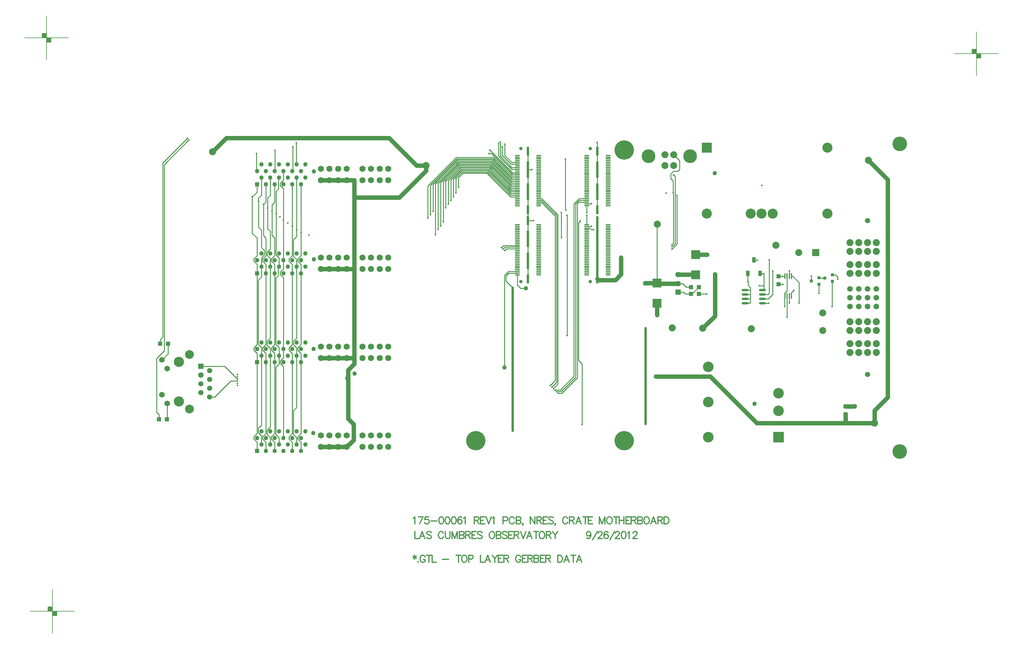
<source format=gtl>
%FSLAX23Y23*%
%MOIN*%
G70*
G01*
G75*
G04 Layer_Physical_Order=1*
G04 Layer_Color=255*
%ADD10R,0.050X0.050*%
%ADD11R,0.057X0.012*%
%ADD12R,0.025X0.185*%
%ADD13R,0.025X0.100*%
%ADD14R,0.050X0.050*%
%ADD15O,0.014X0.067*%
%ADD16R,0.036X0.036*%
%ADD17O,0.079X0.024*%
%ADD18R,0.039X0.059*%
%ADD19R,0.100X0.100*%
%ADD20C,0.010*%
%ADD21C,0.050*%
%ADD22C,0.025*%
%ADD23C,0.006*%
%ADD24C,0.012*%
%ADD25C,0.008*%
%ADD26C,0.012*%
%ADD27C,0.012*%
%ADD28C,0.070*%
%ADD29C,0.050*%
%ADD30C,0.166*%
%ADD31C,0.157*%
%ADD32C,0.079*%
%ADD33C,0.220*%
%ADD34C,0.039*%
%ADD35C,0.059*%
%ADD36R,0.059X0.059*%
%ADD37C,0.063*%
%ADD38C,0.116*%
%ADD39C,0.065*%
%ADD40C,0.100*%
%ADD41C,0.080*%
%ADD42C,0.059*%
%ADD43C,0.115*%
%ADD44R,0.115X0.115*%
%ADD45R,0.079X0.079*%
%ADD46R,0.120X0.120*%
%ADD47C,0.120*%
%ADD48R,0.063X0.063*%
%ADD49C,0.020*%
D10*
X18314Y10787D02*
D03*
Y10877D02*
D03*
X17551Y12355D02*
D03*
Y12265D02*
D03*
D11*
X15611Y13731D02*
D03*
Y13711D02*
D03*
Y13692D02*
D03*
Y13672D02*
D03*
Y13652D02*
D03*
Y13633D02*
D03*
Y13613D02*
D03*
Y13593D02*
D03*
Y13574D02*
D03*
Y13554D02*
D03*
Y13534D02*
D03*
Y13515D02*
D03*
Y13495D02*
D03*
Y13475D02*
D03*
Y13456D02*
D03*
Y13436D02*
D03*
Y13416D02*
D03*
Y13396D02*
D03*
Y13377D02*
D03*
Y13357D02*
D03*
Y13337D02*
D03*
Y13318D02*
D03*
Y13298D02*
D03*
Y13278D02*
D03*
Y13259D02*
D03*
Y13239D02*
D03*
Y13219D02*
D03*
Y13200D02*
D03*
Y13180D02*
D03*
Y13160D02*
D03*
Y12944D02*
D03*
Y12924D02*
D03*
Y12904D02*
D03*
Y12885D02*
D03*
Y12865D02*
D03*
Y12845D02*
D03*
Y12826D02*
D03*
Y12806D02*
D03*
Y12786D02*
D03*
Y12767D02*
D03*
Y12747D02*
D03*
Y12727D02*
D03*
Y12707D02*
D03*
Y12688D02*
D03*
Y12668D02*
D03*
Y12648D02*
D03*
Y12629D02*
D03*
Y12609D02*
D03*
Y12589D02*
D03*
Y12570D02*
D03*
Y12550D02*
D03*
Y12530D02*
D03*
Y12511D02*
D03*
Y12491D02*
D03*
Y12471D02*
D03*
Y12452D02*
D03*
Y12432D02*
D03*
Y12412D02*
D03*
Y12393D02*
D03*
Y12373D02*
D03*
X15368Y13731D02*
D03*
Y13711D02*
D03*
Y13692D02*
D03*
Y13672D02*
D03*
Y13652D02*
D03*
Y13633D02*
D03*
Y13613D02*
D03*
Y13593D02*
D03*
Y13574D02*
D03*
Y13554D02*
D03*
Y13534D02*
D03*
Y13515D02*
D03*
Y13495D02*
D03*
Y13475D02*
D03*
Y13456D02*
D03*
Y13436D02*
D03*
Y13416D02*
D03*
Y13396D02*
D03*
Y13377D02*
D03*
Y13357D02*
D03*
Y13337D02*
D03*
Y13318D02*
D03*
Y13298D02*
D03*
Y13278D02*
D03*
Y13259D02*
D03*
Y13239D02*
D03*
Y13219D02*
D03*
Y13200D02*
D03*
Y13180D02*
D03*
Y13160D02*
D03*
Y12944D02*
D03*
Y12924D02*
D03*
Y12904D02*
D03*
Y12885D02*
D03*
Y12865D02*
D03*
Y12845D02*
D03*
Y12826D02*
D03*
Y12806D02*
D03*
Y12786D02*
D03*
Y12767D02*
D03*
Y12747D02*
D03*
Y12727D02*
D03*
Y12707D02*
D03*
Y12688D02*
D03*
Y12668D02*
D03*
Y12648D02*
D03*
Y12629D02*
D03*
Y12609D02*
D03*
Y12589D02*
D03*
Y12570D02*
D03*
Y12550D02*
D03*
Y12530D02*
D03*
Y12511D02*
D03*
Y12491D02*
D03*
Y12471D02*
D03*
Y12452D02*
D03*
Y12432D02*
D03*
Y12412D02*
D03*
Y12393D02*
D03*
Y12373D02*
D03*
X14821Y13731D02*
D03*
Y13711D02*
D03*
Y13692D02*
D03*
Y13672D02*
D03*
Y13652D02*
D03*
Y13633D02*
D03*
Y13613D02*
D03*
Y13593D02*
D03*
Y13574D02*
D03*
Y13554D02*
D03*
Y13534D02*
D03*
Y13515D02*
D03*
Y13495D02*
D03*
Y13475D02*
D03*
Y13456D02*
D03*
Y13436D02*
D03*
Y13416D02*
D03*
Y13396D02*
D03*
Y13377D02*
D03*
Y13357D02*
D03*
Y13337D02*
D03*
Y13318D02*
D03*
Y13298D02*
D03*
Y13278D02*
D03*
Y13259D02*
D03*
Y13239D02*
D03*
Y13219D02*
D03*
Y13200D02*
D03*
Y13180D02*
D03*
Y13160D02*
D03*
Y12944D02*
D03*
Y12924D02*
D03*
Y12904D02*
D03*
Y12885D02*
D03*
Y12865D02*
D03*
Y12845D02*
D03*
Y12826D02*
D03*
Y12806D02*
D03*
Y12786D02*
D03*
Y12767D02*
D03*
Y12747D02*
D03*
Y12727D02*
D03*
Y12707D02*
D03*
Y12688D02*
D03*
Y12668D02*
D03*
Y12648D02*
D03*
Y12629D02*
D03*
Y12609D02*
D03*
Y12589D02*
D03*
Y12570D02*
D03*
Y12550D02*
D03*
Y12530D02*
D03*
Y12511D02*
D03*
Y12491D02*
D03*
Y12471D02*
D03*
Y12452D02*
D03*
Y12432D02*
D03*
Y12412D02*
D03*
Y12393D02*
D03*
Y12373D02*
D03*
X14578Y13731D02*
D03*
Y13711D02*
D03*
Y13692D02*
D03*
Y13672D02*
D03*
Y13652D02*
D03*
Y13633D02*
D03*
Y13613D02*
D03*
Y13593D02*
D03*
Y13574D02*
D03*
Y13554D02*
D03*
Y13534D02*
D03*
Y13515D02*
D03*
Y13495D02*
D03*
Y13475D02*
D03*
Y13456D02*
D03*
Y13436D02*
D03*
Y13416D02*
D03*
Y13396D02*
D03*
Y13377D02*
D03*
Y13357D02*
D03*
Y13337D02*
D03*
Y13318D02*
D03*
Y13298D02*
D03*
Y13278D02*
D03*
Y13259D02*
D03*
Y13239D02*
D03*
Y13219D02*
D03*
Y13200D02*
D03*
Y13180D02*
D03*
Y13160D02*
D03*
Y12944D02*
D03*
Y12924D02*
D03*
Y12904D02*
D03*
Y12885D02*
D03*
Y12865D02*
D03*
Y12845D02*
D03*
Y12826D02*
D03*
Y12806D02*
D03*
Y12786D02*
D03*
Y12767D02*
D03*
Y12747D02*
D03*
Y12727D02*
D03*
Y12707D02*
D03*
Y12688D02*
D03*
Y12668D02*
D03*
Y12648D02*
D03*
Y12629D02*
D03*
Y12609D02*
D03*
Y12589D02*
D03*
Y12570D02*
D03*
Y12550D02*
D03*
Y12530D02*
D03*
Y12511D02*
D03*
Y12491D02*
D03*
Y12471D02*
D03*
Y12452D02*
D03*
Y12432D02*
D03*
Y12412D02*
D03*
Y12393D02*
D03*
Y12373D02*
D03*
D12*
X15490Y13321D02*
D03*
Y13571D02*
D03*
Y12783D02*
D03*
Y12533D02*
D03*
X14700Y13321D02*
D03*
Y13571D02*
D03*
Y12783D02*
D03*
Y12533D02*
D03*
D13*
X15490Y13778D02*
D03*
Y12326D02*
D03*
Y12991D02*
D03*
Y13113D02*
D03*
X14700Y13778D02*
D03*
Y12326D02*
D03*
Y12991D02*
D03*
Y13113D02*
D03*
D14*
X10513Y11589D02*
D03*
X10603D02*
D03*
X10498Y10729D02*
D03*
X10588D02*
D03*
X16644Y12234D02*
D03*
X16554D02*
D03*
X16644Y12155D02*
D03*
X16554D02*
D03*
X11614Y10368D02*
D03*
Y11379D02*
D03*
Y12391D02*
D03*
Y13403D02*
D03*
D15*
X17624Y12133D02*
D03*
X17649D02*
D03*
X17675D02*
D03*
X17700D02*
D03*
X17624Y12358D02*
D03*
X17649D02*
D03*
X17675D02*
D03*
X17700D02*
D03*
D16*
X18165Y12298D02*
D03*
X18079Y12335D02*
D03*
X18165Y12372D02*
D03*
X18012Y12265D02*
D03*
X17926Y12302D02*
D03*
X18012Y12339D02*
D03*
D17*
X17173Y12200D02*
D03*
Y12150D02*
D03*
Y12100D02*
D03*
Y12050D02*
D03*
X17370Y12200D02*
D03*
Y12150D02*
D03*
Y12100D02*
D03*
Y12050D02*
D03*
D18*
X17341Y12389D02*
D03*
X17272Y12543D02*
D03*
X17203Y12389D02*
D03*
D19*
X16169Y12280D02*
D03*
Y12050D02*
D03*
X16609Y12374D02*
D03*
Y12604D02*
D03*
D20*
X11664Y12347D02*
Y12466D01*
X11630Y12314D02*
X11664Y12347D01*
X11630Y11622D02*
Y12314D01*
X15425Y12885D02*
X15445D01*
X16169Y12950D02*
X16171Y12951D01*
X16169Y12280D02*
Y12950D01*
X15487Y13881D02*
X15490Y13878D01*
Y13778D02*
Y13878D01*
Y13571D02*
Y13778D01*
Y13321D02*
Y13571D01*
Y13113D02*
Y13321D01*
X14700Y13571D02*
X14745D01*
X14700Y12991D02*
X14761D01*
X14700Y12533D02*
Y12783D01*
Y12326D02*
Y12533D01*
Y12991D02*
Y13113D01*
Y12783D02*
Y12991D01*
Y13113D02*
Y13321D01*
Y13571D01*
Y13778D01*
X14674Y12218D02*
X14675Y12219D01*
X14617Y12218D02*
X14674D01*
X14578Y12257D02*
X14617Y12218D01*
X14578Y12257D02*
Y12373D01*
X15406Y12904D02*
X15425Y12885D01*
X15368Y12904D02*
X15406D01*
X10601Y11474D02*
Y11589D01*
X10533Y11406D02*
X10601Y11474D01*
X10591Y10906D02*
X10593Y10908D01*
X10591Y10729D02*
Y10906D01*
X10472Y10810D02*
X10498Y10783D01*
X10472Y10810D02*
Y11423D01*
X10558Y11509D01*
X10511Y11589D02*
Y11634D01*
X10543Y11665D01*
Y13646D01*
X10823Y13925D01*
X10558Y11509D02*
Y13625D01*
X10840Y13908D01*
X14382Y13884D02*
X14384Y13882D01*
X14364Y13866D02*
X14365Y13866D01*
X11076Y10982D02*
X11132D01*
X11314Y11165D01*
X11392D01*
X10976Y11332D02*
X11247D01*
X11389Y11189D01*
X11392D01*
X15029Y11046D02*
X15079D01*
X15026Y11044D02*
X15029Y11046D01*
X15044Y11026D02*
X15087D01*
X15011Y11064D02*
X15069D01*
X15009Y11061D02*
X15011Y11064D01*
X14991Y11079D02*
X15039Y11128D01*
X14973Y11097D02*
X15024Y11148D01*
X14955Y11115D02*
X15009Y11168D01*
X15069Y11064D02*
X15223Y11218D01*
X15087Y11026D02*
X15262Y11202D01*
Y13178D01*
X15079Y11046D02*
X15243Y11210D01*
X15223Y11218D02*
Y13181D01*
X15281Y13239D01*
X15243Y11210D02*
Y13179D01*
X15283Y13219D01*
X15262Y13178D02*
X15284Y13200D01*
X15281Y13239D02*
X15368D01*
X15284Y13200D02*
X15368D01*
X15283Y13219D02*
X15368D01*
X15009Y11168D02*
Y13042D01*
X14852Y13200D02*
X15009Y13042D01*
X14821Y13200D02*
X14852D01*
X15024Y11148D02*
Y13048D01*
X14853Y13219D02*
X15024Y13048D01*
X14821Y13219D02*
X14853D01*
X15039Y11128D02*
Y13055D01*
X14855Y13239D02*
X15039Y13055D01*
X14821Y13239D02*
X14855D01*
X16358Y13741D02*
X16425Y13673D01*
Y13569D02*
Y13673D01*
X16409Y13554D02*
X16425Y13569D01*
X16356Y13554D02*
X16409D01*
X16324Y13521D02*
X16356Y13554D01*
X16324Y13465D02*
Y13521D01*
Y13465D02*
X16351Y13438D01*
Y13306D02*
Y13438D01*
Y13306D02*
X16356Y13300D01*
X16354Y13509D02*
X16359D01*
X16376Y13492D01*
Y13188D02*
Y13492D01*
Y13188D02*
X16376Y13188D01*
X14438Y12688D02*
X14578D01*
X16396Y12722D02*
Y13276D01*
X16356Y12736D02*
Y13300D01*
X16376Y12727D02*
Y13188D01*
X16342Y12667D02*
X16396Y12722D01*
X16338Y12667D02*
X16342D01*
Y12693D02*
X16376Y12727D01*
X16338Y12693D02*
X16342D01*
X16338Y12717D02*
X16356Y12736D01*
X14399Y12684D02*
X14423Y12707D01*
X14578D01*
X14417Y12666D02*
X14438Y12688D01*
X14434Y12649D02*
X14454Y12668D01*
X14578D01*
X10498Y10729D02*
Y10783D01*
X11879Y11365D02*
Y11394D01*
X11914Y11429D02*
Y11529D01*
Y10517D02*
Y11330D01*
X11879Y11365D02*
X11914Y11330D01*
X11879Y11394D02*
X11914Y11429D01*
X12079Y10503D02*
Y10532D01*
X12114Y10567D02*
Y11379D01*
Y10368D02*
Y10468D01*
X12079Y10503D02*
X12114Y10468D01*
X12079Y10532D02*
X12114Y10567D01*
X11979Y10503D02*
Y10532D01*
X12014Y10567D02*
Y11379D01*
Y10368D02*
Y10468D01*
X11979Y10503D02*
X12014Y10468D01*
X11979Y10532D02*
X12014Y10567D01*
X11779Y10503D02*
Y10532D01*
X11814Y10368D02*
Y10468D01*
X11779Y10503D02*
X11814Y10468D01*
X11779Y10532D02*
X11814Y10567D01*
X11579Y10503D02*
Y10532D01*
X11614Y10567D02*
Y11379D01*
Y10368D02*
Y10468D01*
X11579Y10503D02*
X11614Y10468D01*
X11579Y10532D02*
X11614Y10567D01*
X11679Y10503D02*
Y10532D01*
X11714Y10567D02*
Y11379D01*
Y10368D02*
Y10468D01*
X11679Y10503D02*
X11714Y10468D01*
X11679Y10532D02*
X11714Y10567D01*
X11814D02*
Y11379D01*
X11879Y12377D02*
Y12406D01*
X11914Y11529D02*
Y12342D01*
X11879Y12377D02*
X11914Y12342D01*
X11879Y12406D02*
X11914Y12441D01*
X12079Y11515D02*
Y11544D01*
X12114Y11579D02*
Y12391D01*
Y11379D02*
Y11480D01*
X12079Y11515D02*
X12114Y11480D01*
X12079Y11544D02*
X12114Y11579D01*
X11979Y11515D02*
Y11544D01*
X12014Y11579D02*
Y12391D01*
Y11379D02*
Y11480D01*
X11979Y11515D02*
X12014Y11480D01*
X11979Y11544D02*
X12014Y11579D01*
X11579Y11515D02*
Y11544D01*
X11614Y11579D02*
Y12391D01*
Y11379D02*
Y11480D01*
X11579Y11515D02*
X11614Y11480D01*
X11579Y11544D02*
X11614Y11579D01*
X11679Y11515D02*
Y11544D01*
X11714Y11579D02*
Y12391D01*
Y11379D02*
Y11480D01*
X11679Y11515D02*
X11714Y11480D01*
X11679Y11544D02*
X11714Y11579D01*
X11779Y11515D02*
Y11544D01*
X11814Y11579D02*
Y12391D01*
Y11379D02*
Y11480D01*
X11779Y11515D02*
X11814Y11480D01*
X11779Y11544D02*
X11814Y11579D01*
X11914Y12441D02*
Y12541D01*
X11779Y12527D02*
Y12556D01*
X11814Y12391D02*
Y12492D01*
X11779Y12527D02*
X11814Y12492D01*
X11779Y12556D02*
X11814Y12591D01*
X11679Y12527D02*
Y12556D01*
X11714Y12391D02*
Y12492D01*
X11679Y12527D02*
X11714Y12492D01*
X11679Y12556D02*
X11714Y12591D01*
X11579Y12527D02*
Y12556D01*
X11614Y12391D02*
Y12492D01*
X11579Y12527D02*
X11614Y12492D01*
X11579Y12556D02*
X11614Y12591D01*
X11879Y13388D02*
Y13417D01*
Y13388D02*
X11914Y13353D01*
X11879Y13417D02*
X11914Y13452D01*
X11979Y12527D02*
Y12556D01*
X12014Y12391D02*
Y12492D01*
X11979Y12527D02*
X12014Y12492D01*
X11979Y12556D02*
X12014Y12591D01*
X12079Y12527D02*
Y12556D01*
X12114Y12391D02*
Y12492D01*
X12079Y12527D02*
X12114Y12492D01*
X12079Y12556D02*
X12114Y12591D01*
X11914Y13452D02*
Y13553D01*
X11688Y12819D02*
Y13175D01*
X11664Y10443D02*
Y10543D01*
X11629Y10578D02*
X11664Y10543D01*
X11629Y10578D02*
Y10627D01*
X11664Y10663D01*
Y11454D01*
X11629Y11621D02*
X11630Y11622D01*
X11664Y11454D02*
Y11547D01*
X11629Y11582D02*
X11664Y11547D01*
X11629Y11582D02*
Y11621D01*
X11664Y12466D02*
Y12567D01*
X11699Y12602D01*
Y12651D01*
X11664Y12686D02*
X11699Y12651D01*
X11729Y12631D02*
X11764Y12666D01*
X11729Y12597D02*
Y12631D01*
Y12597D02*
X11764Y12562D01*
Y12466D02*
Y12562D01*
Y11654D02*
Y12466D01*
X11729Y11619D02*
X11764Y11654D01*
X11729Y11572D02*
Y11619D01*
Y11572D02*
X11764Y11537D01*
Y11454D02*
Y11537D01*
Y10642D02*
Y11454D01*
X11729Y10607D02*
X11764Y10642D01*
X11729Y10557D02*
Y10607D01*
Y10557D02*
X11764Y10523D01*
Y10443D02*
Y10523D01*
X11864Y10443D02*
Y10520D01*
X11829Y10555D02*
X11864Y10520D01*
X11829Y10555D02*
Y11323D01*
X11864Y11358D01*
Y11454D01*
X11829Y11621D02*
X11830Y11622D01*
X11864Y11454D02*
Y11547D01*
X11829Y11582D02*
X11864Y11547D01*
X11829Y11582D02*
Y11621D01*
X11830Y11622D02*
Y12339D01*
X11854Y12363D01*
Y12457D01*
X11864Y12466D01*
Y12567D01*
X11829Y12602D02*
X11864Y12567D01*
X11829Y12602D02*
Y12650D01*
X11833Y12655D01*
Y13325D02*
X11858Y13351D01*
Y13473D01*
X11864Y13478D01*
X12064Y12466D02*
Y12549D01*
Y11654D02*
Y12466D01*
X12029Y11619D02*
X12064Y11654D01*
X12029Y11578D02*
Y11619D01*
Y11578D02*
X12064Y11543D01*
Y11454D02*
Y11543D01*
Y10863D02*
Y11454D01*
X12029Y10828D02*
X12064Y10863D01*
X12029Y10557D02*
Y10828D01*
Y10557D02*
X12064Y10523D01*
Y10443D02*
Y10523D01*
X12029Y12584D02*
X12064Y12549D01*
X12029Y12773D02*
X12064Y12809D01*
X12029Y12584D02*
Y12773D01*
X12064Y13116D02*
X12064Y13115D01*
X12064Y13116D02*
Y13478D01*
X11560Y12847D02*
X11614Y12794D01*
Y12591D02*
Y12794D01*
X11560Y12847D02*
Y13260D01*
X11614Y13314D01*
Y13403D01*
X11633Y12914D02*
X11664Y12884D01*
Y12686D02*
Y12884D01*
X11633Y13250D02*
X11664Y13280D01*
Y13478D01*
X11688Y12819D02*
X11714Y12794D01*
Y12591D02*
Y12794D01*
X11688Y13175D02*
X11714Y13200D01*
Y13403D01*
X11737Y12895D02*
X11764Y12869D01*
Y12666D02*
Y12869D01*
X11737Y13249D02*
X11764Y13275D01*
Y13478D01*
X11784Y12823D02*
X11814Y12794D01*
Y12591D02*
Y12794D01*
X11784Y13171D02*
X11814Y13200D01*
Y13403D01*
X11633Y12914D02*
Y13208D01*
Y13250D01*
X11737Y12895D02*
Y13134D01*
Y13249D01*
X11784Y12823D02*
Y13099D01*
Y13171D01*
X11833Y12655D02*
Y13068D01*
Y13325D01*
X11914Y12541D02*
Y12997D01*
Y13353D01*
X12014Y12591D02*
Y12925D01*
Y13403D01*
X12064Y12809D02*
Y12885D01*
Y13115D01*
X12114Y12591D02*
Y12854D01*
Y13403D01*
X14521Y13495D02*
X14578D01*
X14307Y13708D02*
X14521Y13495D01*
X14520Y13475D02*
X14578D01*
X14301Y13693D02*
X14520Y13475D01*
X14518Y13456D02*
X14578D01*
X14295Y13679D02*
X14518Y13456D01*
X14516Y13436D02*
X14578D01*
X14289Y13663D02*
X14516Y13436D01*
X14515Y13416D02*
X14578D01*
X14283Y13649D02*
X14515Y13416D01*
X14513Y13396D02*
X14578D01*
X14276Y13634D02*
X14513Y13396D01*
X14512Y13377D02*
X14578D01*
X14270Y13618D02*
X14512Y13377D01*
X14510Y13357D02*
X14578D01*
X14264Y13604D02*
X14510Y13357D01*
X14509Y13337D02*
X14578D01*
X14258Y13589D02*
X14509Y13337D01*
X14507Y13318D02*
X14578D01*
X14252Y13573D02*
X14507Y13318D01*
X14506Y13298D02*
X14578D01*
X14245Y13559D02*
X14506Y13298D01*
X14504Y13278D02*
X14578D01*
X14503Y13259D02*
X14578D01*
X14233Y13528D02*
X14503Y13259D01*
X13960Y13528D02*
X14233D01*
X14239Y13543D02*
X14504Y13278D01*
X13954Y13543D02*
X14239D01*
X13948Y13559D02*
X14245D01*
X13923Y13618D02*
X14270D01*
X13917Y13634D02*
X14276D01*
X13911Y13649D02*
X14283D01*
X13905Y13663D02*
X14289D01*
X13892Y13693D02*
X14301D01*
X13886Y13708D02*
X14307D01*
X13908Y13476D02*
X13960Y13528D01*
X13879Y13469D02*
X13954Y13543D01*
X13850Y13461D02*
X13948Y13559D01*
X13942Y13573D02*
X14252D01*
X13821Y13453D02*
X13942Y13573D01*
X13936Y13589D02*
X14258D01*
X13792Y13445D02*
X13936Y13589D01*
X13929Y13604D02*
X14264D01*
X13763Y13438D02*
X13929Y13604D01*
X13734Y13430D02*
X13923Y13618D01*
X13705Y13422D02*
X13917Y13634D01*
X13676Y13414D02*
X13911Y13649D01*
X13647Y13406D02*
X13905Y13663D01*
X13898Y13679D02*
X14295D01*
X13618Y13399D02*
X13898Y13679D01*
X13589Y13391D02*
X13892Y13693D01*
X13560Y13383D02*
X13886Y13708D01*
X13879Y13307D02*
Y13469D01*
X13850Y13263D02*
Y13461D01*
X13821Y13218D02*
Y13453D01*
X13792Y13177D02*
Y13445D01*
X13763Y13137D02*
Y13438D01*
X13618Y13097D02*
Y13399D01*
X13589Y13061D02*
Y13391D01*
X13560Y13019D02*
Y13383D01*
X13734Y12975D02*
Y13430D01*
X13705Y12930D02*
Y13422D01*
X13676Y12889D02*
Y13414D01*
X13647Y12829D02*
Y13406D01*
X13908Y13368D02*
Y13476D01*
X14523Y13515D02*
X14578D01*
X14286Y13752D02*
X14523Y13515D01*
X14524Y13534D02*
X14578D01*
X14266Y13792D02*
X14524Y13534D01*
X14384Y13726D02*
Y13882D01*
X14365Y13724D02*
X14515Y13574D01*
X14365Y13724D02*
Y13866D01*
X14515Y13574D02*
X14578D01*
X14384Y13726D02*
X14517Y13593D01*
X14578D01*
X14507Y13633D02*
X14578D01*
X14406Y13733D02*
X14507Y13633D01*
X14406Y13733D02*
Y13830D01*
X14516Y13652D02*
X14578D01*
X14436Y13731D02*
X14516Y13652D01*
X14436Y13731D02*
Y13856D01*
X14257Y13752D02*
X14286D01*
X11610Y13556D02*
Y13752D01*
Y13556D02*
X11614Y13553D01*
X11819Y13559D02*
Y13790D01*
X11814Y13553D02*
X11819Y13559D01*
X12022Y13562D02*
Y13830D01*
X12014Y13553D02*
X12022Y13562D01*
X14436Y13856D02*
X14437Y13858D01*
X12061Y13630D02*
Y13875D01*
Y13630D02*
X12064Y13628D01*
X15368Y13081D02*
Y13160D01*
Y13081D02*
X15369Y13080D01*
X15421Y13180D02*
X15422Y13182D01*
X15368Y13180D02*
X15421D01*
X15368Y12944D02*
Y13049D01*
X15368Y13050D01*
X15423Y12924D02*
X15423Y12925D01*
X15368Y12924D02*
X15423D01*
X15124Y13118D02*
Y13689D01*
Y13118D02*
X15131Y13111D01*
X15078Y12802D02*
X15082Y12797D01*
X15078Y12802D02*
Y13080D01*
X15144Y11684D02*
Y13049D01*
X15142Y13050D02*
X15144Y13049D01*
X15317Y10670D02*
Y11361D01*
X15277Y11401D02*
X15317Y11361D01*
X15277Y11401D02*
Y12967D01*
X15297Y12986D01*
X18163Y12014D02*
Y12297D01*
X18165Y12298D01*
X18016Y12335D02*
X18079D01*
X18012Y12339D02*
X18016Y12335D01*
X18013Y12163D02*
Y12264D01*
X18012Y12265D02*
X18013Y12264D01*
X17926Y12302D02*
Y12357D01*
X17927Y12358D01*
X17622Y12166D02*
X17649Y12194D01*
Y12358D01*
X17622Y12014D02*
Y12166D01*
X17700Y12133D02*
Y12170D01*
X17727Y12196D01*
X17675Y12052D02*
Y12133D01*
X17437Y12050D02*
X17438Y12051D01*
X17370Y12050D02*
X17437D01*
X17649Y11896D02*
Y12133D01*
X17648Y11894D02*
X17649Y11896D01*
X17370Y12100D02*
X17436D01*
X17486Y12150D01*
Y12415D01*
X17676Y12359D02*
Y12419D01*
X17675Y12358D02*
X17676Y12359D01*
X17343Y12387D02*
X17387D01*
X17551Y12355D02*
X17593D01*
X17621D01*
X17370Y12200D02*
X17387Y12217D01*
X17551Y12265D02*
X17602D01*
X17603Y12264D01*
X17203Y12293D02*
Y12389D01*
Y12293D02*
X17204Y12292D01*
Y12255D02*
Y12292D01*
Y12255D02*
X17232Y12227D01*
Y12062D02*
Y12227D01*
X17220Y12050D02*
X17232Y12062D01*
X17173Y12050D02*
X17220D01*
X17173Y12100D02*
X17227D01*
X17173Y12150D02*
X17229D01*
X17173Y12200D02*
X17231D01*
X17370Y12150D02*
X17432D01*
X17445Y12163D01*
Y12541D01*
X17444Y12542D02*
X17445Y12541D01*
X17273D02*
X17309D01*
X18224Y12323D02*
Y12349D01*
X18201Y12372D02*
X18224Y12349D01*
X18165Y12372D02*
X18201D01*
X17700Y12358D02*
X17712D01*
X17785Y12284D01*
Y12054D02*
Y12284D01*
X17331Y12249D02*
X17386D01*
X17387Y12250D01*
Y12217D02*
Y12250D01*
Y12387D01*
X16409Y12175D02*
X16470D01*
X16490Y12155D01*
X16554D01*
X16409Y12274D02*
X16462D01*
X16502Y12234D01*
X16554D01*
Y12155D02*
X16564D01*
X16644Y12234D01*
Y12155D02*
X16733D01*
X16734Y12155D01*
X14480Y12412D02*
X14578D01*
X14433Y12365D02*
X14480Y12412D01*
X14433Y11322D02*
Y12365D01*
X14431Y11320D02*
X14433Y11322D01*
X14481Y12393D02*
X14578D01*
X14448Y12359D02*
X14481Y12393D01*
X14448Y12304D02*
Y12359D01*
Y12304D02*
X14527Y12225D01*
D21*
X18315Y10687D02*
X18647D01*
X17304D02*
X18315D01*
X18314Y10688D02*
X18315Y10687D01*
X18314Y10688D02*
Y10787D01*
X18417Y10877D02*
X18418Y10878D01*
X18314Y10877D02*
X18417D01*
X11110Y13774D02*
X11266Y13930D01*
X13119D01*
X13432Y13617D01*
X13540D01*
X12722Y13252D02*
Y13450D01*
Y12435D02*
Y13252D01*
X13237D01*
X13540Y13555D01*
Y13617D01*
X18574Y13677D02*
X18796Y13455D01*
Y10979D02*
Y13455D01*
X18647Y10830D02*
X18796Y10979D01*
X18647Y10687D02*
Y10830D01*
X16975Y11016D02*
X17304Y10687D01*
X15760Y12378D02*
Y12568D01*
X15696Y12314D02*
X15760Y12378D01*
X15501Y12314D02*
X15696D01*
X15490Y12326D02*
X15501Y12314D01*
X16409Y12375D02*
X16609D01*
X16609Y12374D01*
X16174Y12274D02*
X16409D01*
X16169Y12280D02*
X16174Y12274D01*
X16169Y11917D02*
X16170Y11917D01*
X16169Y11917D02*
Y12050D01*
X16035Y12280D02*
X16169D01*
X16033Y12277D02*
X16035Y12280D01*
X16609Y12604D02*
X16737D01*
X16738Y12604D01*
X16690Y11767D02*
X16828Y11904D01*
Y12380D01*
X12651Y11289D02*
X12722Y11361D01*
X12651Y10736D02*
X12715Y10672D01*
Y10492D02*
Y10672D01*
X12637Y10415D02*
X12715Y10492D01*
X12342Y13450D02*
X12440D01*
X12539D01*
X12637D01*
X12722D01*
X12342Y10415D02*
X12440D01*
X12539D01*
X12637D01*
X12719Y11426D02*
X12722Y11429D01*
X12342Y11426D02*
X12440D01*
X12539D01*
X12637D01*
X12719D01*
X12722Y11361D02*
Y11429D01*
X12720Y12438D02*
X12722Y12435D01*
X12342Y12438D02*
X12440D01*
X12539D01*
X12637D01*
X12720D01*
X12722Y11429D02*
Y12435D01*
X16776Y11215D02*
X16975Y11016D01*
X16155Y11215D02*
X16776D01*
X12651Y10736D02*
Y11289D01*
D22*
X15490Y12783D02*
Y12991D01*
Y12533D02*
Y12783D01*
Y12326D02*
Y12533D01*
X14527Y10600D02*
Y12225D01*
X16038Y10677D02*
Y11767D01*
D23*
X15367Y13220D02*
X15368Y13219D01*
D24*
X13410Y9183D02*
Y9137D01*
X13391Y9172D02*
X13429Y9149D01*
Y9172D02*
X13391Y9149D01*
X13449Y9111D02*
X13445Y9107D01*
X13449Y9103D01*
X13453Y9107D01*
X13449Y9111D01*
X13528Y9164D02*
X13524Y9172D01*
X13516Y9179D01*
X13509Y9183D01*
X13493D01*
X13486Y9179D01*
X13478Y9172D01*
X13474Y9164D01*
X13471Y9153D01*
Y9133D01*
X13474Y9122D01*
X13478Y9114D01*
X13486Y9107D01*
X13493Y9103D01*
X13509D01*
X13516Y9107D01*
X13524Y9114D01*
X13528Y9122D01*
Y9133D01*
X13509D02*
X13528D01*
X13573Y9183D02*
Y9103D01*
X13546Y9183D02*
X13599D01*
X13609D02*
Y9103D01*
X13655D01*
X13726Y9137D02*
X13795D01*
X13908Y9183D02*
Y9103D01*
X13881Y9183D02*
X13935D01*
X13967D02*
X13959Y9179D01*
X13952Y9172D01*
X13948Y9164D01*
X13944Y9153D01*
Y9133D01*
X13948Y9122D01*
X13952Y9114D01*
X13959Y9107D01*
X13967Y9103D01*
X13982D01*
X13990Y9107D01*
X13997Y9114D01*
X14001Y9122D01*
X14005Y9133D01*
Y9153D01*
X14001Y9164D01*
X13997Y9172D01*
X13990Y9179D01*
X13982Y9183D01*
X13967D01*
X14024Y9141D02*
X14058D01*
X14069Y9145D01*
X14073Y9149D01*
X14077Y9156D01*
Y9168D01*
X14073Y9175D01*
X14069Y9179D01*
X14058Y9183D01*
X14024D01*
Y9103D01*
X14158Y9183D02*
Y9103D01*
X14203D01*
X14273D02*
X14243Y9183D01*
X14212Y9103D01*
X14224Y9130D02*
X14262D01*
X14292Y9183D02*
X14322Y9145D01*
Y9103D01*
X14353Y9183D02*
X14322Y9145D01*
X14412Y9183D02*
X14363D01*
Y9103D01*
X14412D01*
X14363Y9145D02*
X14393D01*
X14426Y9183D02*
Y9103D01*
Y9183D02*
X14460D01*
X14472Y9179D01*
X14475Y9175D01*
X14479Y9168D01*
Y9160D01*
X14475Y9153D01*
X14472Y9149D01*
X14460Y9145D01*
X14426D01*
X14452D02*
X14479Y9103D01*
X14617Y9164D02*
X14613Y9172D01*
X14606Y9179D01*
X14598Y9183D01*
X14583D01*
X14575Y9179D01*
X14568Y9172D01*
X14564Y9164D01*
X14560Y9153D01*
Y9133D01*
X14564Y9122D01*
X14568Y9114D01*
X14575Y9107D01*
X14583Y9103D01*
X14598D01*
X14606Y9107D01*
X14613Y9114D01*
X14617Y9122D01*
Y9133D01*
X14598D02*
X14617D01*
X14685Y9183D02*
X14635D01*
Y9103D01*
X14685D01*
X14635Y9145D02*
X14666D01*
X14698Y9183D02*
Y9103D01*
Y9183D02*
X14732D01*
X14744Y9179D01*
X14748Y9175D01*
X14751Y9168D01*
Y9160D01*
X14748Y9153D01*
X14744Y9149D01*
X14732Y9145D01*
X14698D01*
X14725D02*
X14751Y9103D01*
X14769Y9183D02*
Y9103D01*
Y9183D02*
X14804D01*
X14815Y9179D01*
X14819Y9175D01*
X14823Y9168D01*
Y9160D01*
X14819Y9153D01*
X14815Y9149D01*
X14804Y9145D01*
X14769D02*
X14804D01*
X14815Y9141D01*
X14819Y9137D01*
X14823Y9130D01*
Y9118D01*
X14819Y9111D01*
X14815Y9107D01*
X14804Y9103D01*
X14769D01*
X14890Y9183D02*
X14841D01*
Y9103D01*
X14890D01*
X14841Y9145D02*
X14871D01*
X14903Y9183D02*
Y9103D01*
Y9183D02*
X14938D01*
X14949Y9179D01*
X14953Y9175D01*
X14957Y9168D01*
Y9160D01*
X14953Y9153D01*
X14949Y9149D01*
X14938Y9145D01*
X14903D01*
X14930D02*
X14957Y9103D01*
X15038Y9183D02*
Y9103D01*
Y9183D02*
X15064D01*
X15076Y9179D01*
X15083Y9172D01*
X15087Y9164D01*
X15091Y9153D01*
Y9133D01*
X15087Y9122D01*
X15083Y9114D01*
X15076Y9107D01*
X15064Y9103D01*
X15038D01*
X15170D02*
X15139Y9183D01*
X15109Y9103D01*
X15120Y9130D02*
X15158D01*
X15215Y9183D02*
Y9103D01*
X15188Y9183D02*
X15242D01*
X15312Y9103D02*
X15282Y9183D01*
X15251Y9103D01*
X15263Y9130D02*
X15301D01*
D25*
X19554Y14890D02*
X20054D01*
X19804Y14640D02*
Y15140D01*
X19854Y14840D02*
Y14890D01*
X19804Y14840D02*
X19854D01*
X19754Y14890D02*
Y14940D01*
X19804D01*
X19759Y14895D02*
X19799D01*
X19759D02*
Y14935D01*
X19799D01*
Y14895D02*
Y14935D01*
X19764Y14900D02*
X19794D01*
X19764D02*
Y14930D01*
X19794D01*
Y14905D02*
Y14930D01*
X19769Y14905D02*
X19789D01*
X19769D02*
Y14925D01*
X19789D01*
Y14910D02*
Y14925D01*
X19774Y14910D02*
X19784D01*
X19774D02*
Y14920D01*
X19784D01*
Y14910D02*
Y14920D01*
X19774Y14915D02*
X19784D01*
X19809Y14845D02*
X19849D01*
X19809D02*
Y14885D01*
X19849D01*
Y14845D02*
Y14885D01*
X19814Y14850D02*
X19844D01*
X19814D02*
Y14880D01*
X19844D01*
Y14855D02*
Y14880D01*
X19819Y14855D02*
X19839D01*
X19819D02*
Y14875D01*
X19839D01*
Y14860D02*
Y14875D01*
X19824Y14860D02*
X19834D01*
X19824D02*
Y14870D01*
X19834D01*
Y14860D02*
Y14870D01*
X19824Y14865D02*
X19834D01*
X8970Y15070D02*
X9470D01*
X9220Y14820D02*
Y15320D01*
X9270Y15020D02*
Y15070D01*
X9220Y15020D02*
X9270D01*
X9170Y15070D02*
Y15120D01*
X9220D01*
X9175Y15075D02*
X9215D01*
X9175D02*
Y15115D01*
X9215D01*
Y15075D02*
Y15115D01*
X9180Y15080D02*
X9210D01*
X9180D02*
Y15110D01*
X9210D01*
Y15085D02*
Y15110D01*
X9185Y15085D02*
X9205D01*
X9185D02*
Y15105D01*
X9205D01*
Y15090D02*
Y15105D01*
X9190Y15090D02*
X9200D01*
X9190D02*
Y15100D01*
X9200D01*
Y15090D02*
Y15100D01*
X9190Y15095D02*
X9200D01*
X9225Y15025D02*
X9265D01*
X9225D02*
Y15065D01*
X9265D01*
Y15025D02*
Y15065D01*
X9230Y15030D02*
X9260D01*
X9230D02*
Y15060D01*
X9260D01*
Y15035D02*
Y15060D01*
X9235Y15035D02*
X9255D01*
X9235D02*
Y15055D01*
X9255D01*
Y15040D02*
Y15055D01*
X9240Y15040D02*
X9250D01*
X9240D02*
Y15050D01*
X9250D01*
Y15040D02*
Y15050D01*
X9240Y15045D02*
X9250D01*
X9036Y8546D02*
X9536D01*
X9286Y8296D02*
Y8796D01*
X9336Y8496D02*
Y8546D01*
X9286Y8496D02*
X9336D01*
X9236Y8546D02*
Y8596D01*
X9286D01*
X9241Y8551D02*
X9281D01*
X9241D02*
Y8591D01*
X9281D01*
Y8551D02*
Y8591D01*
X9246Y8556D02*
X9276D01*
X9246D02*
Y8586D01*
X9276D01*
Y8561D02*
Y8586D01*
X9251Y8561D02*
X9271D01*
X9251D02*
Y8581D01*
X9271D01*
Y8566D02*
Y8581D01*
X9256Y8566D02*
X9266D01*
X9256D02*
Y8576D01*
X9266D01*
Y8566D02*
Y8576D01*
X9256Y8571D02*
X9266D01*
X9291Y8501D02*
X9331D01*
X9291D02*
Y8541D01*
X9331D01*
Y8501D02*
Y8541D01*
X9296Y8506D02*
X9326D01*
X9296D02*
Y8536D01*
X9326D01*
Y8511D02*
Y8536D01*
X9301Y8511D02*
X9321D01*
X9301D02*
Y8531D01*
X9321D01*
Y8516D02*
Y8531D01*
X9306Y8516D02*
X9316D01*
X9306D02*
Y8526D01*
X9316D01*
Y8516D02*
Y8526D01*
X9306Y8521D02*
X9316D01*
D26*
X13412Y9453D02*
Y9373D01*
X13458D01*
X13527D02*
X13497Y9453D01*
X13466Y9373D01*
X13478Y9399D02*
X13516D01*
X13599Y9441D02*
X13592Y9449D01*
X13580Y9453D01*
X13565D01*
X13554Y9449D01*
X13546Y9441D01*
Y9434D01*
X13550Y9426D01*
X13554Y9422D01*
X13561Y9418D01*
X13584Y9411D01*
X13592Y9407D01*
X13596Y9403D01*
X13599Y9395D01*
Y9384D01*
X13592Y9376D01*
X13580Y9373D01*
X13565D01*
X13554Y9376D01*
X13546Y9384D01*
X13737Y9434D02*
X13733Y9441D01*
X13726Y9449D01*
X13718Y9453D01*
X13703D01*
X13695Y9449D01*
X13688Y9441D01*
X13684Y9434D01*
X13680Y9422D01*
Y9403D01*
X13684Y9392D01*
X13688Y9384D01*
X13695Y9376D01*
X13703Y9373D01*
X13718D01*
X13726Y9376D01*
X13733Y9384D01*
X13737Y9392D01*
X13760Y9453D02*
Y9395D01*
X13764Y9384D01*
X13771Y9376D01*
X13783Y9373D01*
X13790D01*
X13802Y9376D01*
X13809Y9384D01*
X13813Y9395D01*
Y9453D01*
X13835D02*
Y9373D01*
Y9453D02*
X13866Y9373D01*
X13896Y9453D02*
X13866Y9373D01*
X13896Y9453D02*
Y9373D01*
X13919Y9453D02*
Y9373D01*
Y9453D02*
X13953D01*
X13965Y9449D01*
X13968Y9445D01*
X13972Y9437D01*
Y9430D01*
X13968Y9422D01*
X13965Y9418D01*
X13953Y9414D01*
X13919D02*
X13953D01*
X13965Y9411D01*
X13968Y9407D01*
X13972Y9399D01*
Y9388D01*
X13968Y9380D01*
X13965Y9376D01*
X13953Y9373D01*
X13919D01*
X13990Y9453D02*
Y9373D01*
Y9453D02*
X14024D01*
X14036Y9449D01*
X14040Y9445D01*
X14044Y9437D01*
Y9430D01*
X14040Y9422D01*
X14036Y9418D01*
X14024Y9414D01*
X13990D01*
X14017D02*
X14044Y9373D01*
X14111Y9453D02*
X14061D01*
Y9373D01*
X14111D01*
X14061Y9414D02*
X14092D01*
X14178Y9441D02*
X14170Y9449D01*
X14159Y9453D01*
X14143D01*
X14132Y9449D01*
X14124Y9441D01*
Y9434D01*
X14128Y9426D01*
X14132Y9422D01*
X14139Y9418D01*
X14162Y9411D01*
X14170Y9407D01*
X14174Y9403D01*
X14178Y9395D01*
Y9384D01*
X14170Y9376D01*
X14159Y9373D01*
X14143D01*
X14132Y9376D01*
X14124Y9384D01*
X14281Y9453D02*
X14274Y9449D01*
X14266Y9441D01*
X14262Y9434D01*
X14258Y9422D01*
Y9403D01*
X14262Y9392D01*
X14266Y9384D01*
X14274Y9376D01*
X14281Y9373D01*
X14296D01*
X14304Y9376D01*
X14312Y9384D01*
X14315Y9392D01*
X14319Y9403D01*
Y9422D01*
X14315Y9434D01*
X14312Y9441D01*
X14304Y9449D01*
X14296Y9453D01*
X14281D01*
X14338D02*
Y9373D01*
Y9453D02*
X14372D01*
X14384Y9449D01*
X14387Y9445D01*
X14391Y9437D01*
Y9430D01*
X14387Y9422D01*
X14384Y9418D01*
X14372Y9414D01*
X14338D02*
X14372D01*
X14384Y9411D01*
X14387Y9407D01*
X14391Y9399D01*
Y9388D01*
X14387Y9380D01*
X14384Y9376D01*
X14372Y9373D01*
X14338D01*
X14462Y9441D02*
X14455Y9449D01*
X14443Y9453D01*
X14428D01*
X14417Y9449D01*
X14409Y9441D01*
Y9434D01*
X14413Y9426D01*
X14417Y9422D01*
X14424Y9418D01*
X14447Y9411D01*
X14455Y9407D01*
X14459Y9403D01*
X14462Y9395D01*
Y9384D01*
X14455Y9376D01*
X14443Y9373D01*
X14428D01*
X14417Y9376D01*
X14409Y9384D01*
X14530Y9453D02*
X14480D01*
Y9373D01*
X14530D01*
X14480Y9414D02*
X14511D01*
X14543Y9453D02*
Y9373D01*
Y9453D02*
X14577D01*
X14589Y9449D01*
X14593Y9445D01*
X14597Y9437D01*
Y9430D01*
X14593Y9422D01*
X14589Y9418D01*
X14577Y9414D01*
X14543D01*
X14570D02*
X14597Y9373D01*
X14614Y9453D02*
X14645Y9373D01*
X14675Y9453D02*
X14645Y9373D01*
X14747D02*
X14716Y9453D01*
X14686Y9373D01*
X14697Y9399D02*
X14735D01*
X14792Y9453D02*
Y9373D01*
X14765Y9453D02*
X14819D01*
X14851D02*
X14843Y9449D01*
X14836Y9441D01*
X14832Y9434D01*
X14828Y9422D01*
Y9403D01*
X14832Y9392D01*
X14836Y9384D01*
X14843Y9376D01*
X14851Y9373D01*
X14866D01*
X14874Y9376D01*
X14881Y9384D01*
X14885Y9392D01*
X14889Y9403D01*
Y9422D01*
X14885Y9434D01*
X14881Y9441D01*
X14874Y9449D01*
X14866Y9453D01*
X14851D01*
X14908D02*
Y9373D01*
Y9453D02*
X14942D01*
X14953Y9449D01*
X14957Y9445D01*
X14961Y9437D01*
Y9430D01*
X14957Y9422D01*
X14953Y9418D01*
X14942Y9414D01*
X14908D01*
X14934D02*
X14961Y9373D01*
X14979Y9453D02*
X15009Y9414D01*
Y9373D01*
X15040Y9453D02*
X15009Y9414D01*
X15414Y9426D02*
X15410Y9414D01*
X15402Y9407D01*
X15391Y9403D01*
X15387D01*
X15376Y9407D01*
X15368Y9414D01*
X15364Y9426D01*
Y9430D01*
X15368Y9441D01*
X15376Y9449D01*
X15387Y9453D01*
X15391D01*
X15402Y9449D01*
X15410Y9441D01*
X15414Y9426D01*
Y9407D01*
X15410Y9388D01*
X15402Y9376D01*
X15391Y9373D01*
X15383D01*
X15372Y9376D01*
X15368Y9384D01*
X15436Y9361D02*
X15489Y9453D01*
X15498Y9434D02*
Y9437D01*
X15502Y9445D01*
X15506Y9449D01*
X15513Y9453D01*
X15529D01*
X15536Y9449D01*
X15540Y9445D01*
X15544Y9437D01*
Y9430D01*
X15540Y9422D01*
X15532Y9411D01*
X15494Y9373D01*
X15548D01*
X15611Y9441D02*
X15607Y9449D01*
X15596Y9453D01*
X15588D01*
X15577Y9449D01*
X15569Y9437D01*
X15565Y9418D01*
Y9399D01*
X15569Y9384D01*
X15577Y9376D01*
X15588Y9373D01*
X15592D01*
X15604Y9376D01*
X15611Y9384D01*
X15615Y9395D01*
Y9399D01*
X15611Y9411D01*
X15604Y9418D01*
X15592Y9422D01*
X15588D01*
X15577Y9418D01*
X15569Y9411D01*
X15565Y9399D01*
X15633Y9361D02*
X15686Y9453D01*
X15695Y9434D02*
Y9437D01*
X15699Y9445D01*
X15703Y9449D01*
X15710Y9453D01*
X15725D01*
X15733Y9449D01*
X15737Y9445D01*
X15741Y9437D01*
Y9430D01*
X15737Y9422D01*
X15729Y9411D01*
X15691Y9373D01*
X15744D01*
X15785Y9453D02*
X15774Y9449D01*
X15766Y9437D01*
X15762Y9418D01*
Y9407D01*
X15766Y9388D01*
X15774Y9376D01*
X15785Y9373D01*
X15793D01*
X15804Y9376D01*
X15812Y9388D01*
X15816Y9407D01*
Y9418D01*
X15812Y9437D01*
X15804Y9449D01*
X15793Y9453D01*
X15785D01*
X15834Y9437D02*
X15841Y9441D01*
X15853Y9453D01*
Y9373D01*
X15896Y9434D02*
Y9437D01*
X15900Y9445D01*
X15904Y9449D01*
X15911Y9453D01*
X15927D01*
X15934Y9449D01*
X15938Y9445D01*
X15942Y9437D01*
Y9430D01*
X15938Y9422D01*
X15930Y9411D01*
X15892Y9373D01*
X15946D01*
D27*
X13393Y9604D02*
X13401Y9608D01*
X13412Y9619D01*
Y9539D01*
X13505Y9619D02*
X13467Y9539D01*
X13452Y9619D02*
X13505D01*
X13568D02*
X13530D01*
X13527Y9585D01*
X13530Y9589D01*
X13542Y9593D01*
X13553D01*
X13565Y9589D01*
X13572Y9581D01*
X13576Y9570D01*
Y9562D01*
X13572Y9551D01*
X13565Y9543D01*
X13553Y9539D01*
X13542D01*
X13530Y9543D01*
X13527Y9547D01*
X13523Y9555D01*
X13594Y9574D02*
X13663D01*
X13709Y9619D02*
X13698Y9616D01*
X13690Y9604D01*
X13686Y9585D01*
Y9574D01*
X13690Y9555D01*
X13698Y9543D01*
X13709Y9539D01*
X13717D01*
X13728Y9543D01*
X13736Y9555D01*
X13739Y9574D01*
Y9585D01*
X13736Y9604D01*
X13728Y9616D01*
X13717Y9619D01*
X13709D01*
X13780D02*
X13769Y9616D01*
X13761Y9604D01*
X13757Y9585D01*
Y9574D01*
X13761Y9555D01*
X13769Y9543D01*
X13780Y9539D01*
X13788D01*
X13799Y9543D01*
X13807Y9555D01*
X13811Y9574D01*
Y9585D01*
X13807Y9604D01*
X13799Y9616D01*
X13788Y9619D01*
X13780D01*
X13851D02*
X13840Y9616D01*
X13832Y9604D01*
X13829Y9585D01*
Y9574D01*
X13832Y9555D01*
X13840Y9543D01*
X13851Y9539D01*
X13859D01*
X13871Y9543D01*
X13878Y9555D01*
X13882Y9574D01*
Y9585D01*
X13878Y9604D01*
X13871Y9616D01*
X13859Y9619D01*
X13851D01*
X13946Y9608D02*
X13942Y9616D01*
X13930Y9619D01*
X13923D01*
X13911Y9616D01*
X13904Y9604D01*
X13900Y9585D01*
Y9566D01*
X13904Y9551D01*
X13911Y9543D01*
X13923Y9539D01*
X13926D01*
X13938Y9543D01*
X13946Y9551D01*
X13949Y9562D01*
Y9566D01*
X13946Y9577D01*
X13938Y9585D01*
X13926Y9589D01*
X13923D01*
X13911Y9585D01*
X13904Y9577D01*
X13900Y9566D01*
X13967Y9604D02*
X13974Y9608D01*
X13986Y9619D01*
Y9539D01*
X14088Y9619D02*
Y9539D01*
Y9619D02*
X14123D01*
X14134Y9616D01*
X14138Y9612D01*
X14142Y9604D01*
Y9596D01*
X14138Y9589D01*
X14134Y9585D01*
X14123Y9581D01*
X14088D01*
X14115D02*
X14142Y9539D01*
X14209Y9619D02*
X14160D01*
Y9539D01*
X14209D01*
X14160Y9581D02*
X14190D01*
X14222Y9619D02*
X14253Y9539D01*
X14283Y9619D02*
X14253Y9539D01*
X14294Y9604D02*
X14301Y9608D01*
X14313Y9619D01*
Y9539D01*
X14415Y9577D02*
X14449D01*
X14461Y9581D01*
X14465Y9585D01*
X14468Y9593D01*
Y9604D01*
X14465Y9612D01*
X14461Y9616D01*
X14449Y9619D01*
X14415D01*
Y9539D01*
X14543Y9600D02*
X14540Y9608D01*
X14532Y9616D01*
X14524Y9619D01*
X14509D01*
X14502Y9616D01*
X14494Y9608D01*
X14490Y9600D01*
X14486Y9589D01*
Y9570D01*
X14490Y9558D01*
X14494Y9551D01*
X14502Y9543D01*
X14509Y9539D01*
X14524D01*
X14532Y9543D01*
X14540Y9551D01*
X14543Y9558D01*
X14566Y9619D02*
Y9539D01*
Y9619D02*
X14600D01*
X14612Y9616D01*
X14615Y9612D01*
X14619Y9604D01*
Y9596D01*
X14615Y9589D01*
X14612Y9585D01*
X14600Y9581D01*
X14566D02*
X14600D01*
X14612Y9577D01*
X14615Y9574D01*
X14619Y9566D01*
Y9555D01*
X14615Y9547D01*
X14612Y9543D01*
X14600Y9539D01*
X14566D01*
X14645Y9543D02*
X14641Y9539D01*
X14637Y9543D01*
X14641Y9547D01*
X14645Y9543D01*
Y9536D01*
X14641Y9528D01*
X14637Y9524D01*
X14725Y9619D02*
Y9539D01*
Y9619D02*
X14778Y9539D01*
Y9619D02*
Y9539D01*
X14801Y9619D02*
Y9539D01*
Y9619D02*
X14835D01*
X14846Y9616D01*
X14850Y9612D01*
X14854Y9604D01*
Y9596D01*
X14850Y9589D01*
X14846Y9585D01*
X14835Y9581D01*
X14801D01*
X14827D02*
X14854Y9539D01*
X14921Y9619D02*
X14872D01*
Y9539D01*
X14921D01*
X14872Y9581D02*
X14902D01*
X14988Y9608D02*
X14980Y9616D01*
X14969Y9619D01*
X14954D01*
X14942Y9616D01*
X14935Y9608D01*
Y9600D01*
X14938Y9593D01*
X14942Y9589D01*
X14950Y9585D01*
X14973Y9577D01*
X14980Y9574D01*
X14984Y9570D01*
X14988Y9562D01*
Y9551D01*
X14980Y9543D01*
X14969Y9539D01*
X14954D01*
X14942Y9543D01*
X14935Y9551D01*
X15013Y9543D02*
X15010Y9539D01*
X15006Y9543D01*
X15010Y9547D01*
X15013Y9543D01*
Y9536D01*
X15010Y9528D01*
X15006Y9524D01*
X15151Y9600D02*
X15147Y9608D01*
X15140Y9616D01*
X15132Y9619D01*
X15117D01*
X15109Y9616D01*
X15101Y9608D01*
X15098Y9600D01*
X15094Y9589D01*
Y9570D01*
X15098Y9558D01*
X15101Y9551D01*
X15109Y9543D01*
X15117Y9539D01*
X15132D01*
X15140Y9543D01*
X15147Y9551D01*
X15151Y9558D01*
X15173Y9619D02*
Y9539D01*
Y9619D02*
X15208D01*
X15219Y9616D01*
X15223Y9612D01*
X15227Y9604D01*
Y9596D01*
X15223Y9589D01*
X15219Y9585D01*
X15208Y9581D01*
X15173D01*
X15200D02*
X15227Y9539D01*
X15306D02*
X15275Y9619D01*
X15245Y9539D01*
X15256Y9566D02*
X15294D01*
X15351Y9619D02*
Y9539D01*
X15324Y9619D02*
X15378D01*
X15437D02*
X15387D01*
Y9539D01*
X15437D01*
X15387Y9581D02*
X15418D01*
X15513Y9619D02*
Y9539D01*
Y9619D02*
X15543Y9539D01*
X15574Y9619D02*
X15543Y9539D01*
X15574Y9619D02*
Y9539D01*
X15619Y9619D02*
X15612Y9616D01*
X15604Y9608D01*
X15600Y9600D01*
X15597Y9589D01*
Y9570D01*
X15600Y9558D01*
X15604Y9551D01*
X15612Y9543D01*
X15619Y9539D01*
X15635D01*
X15642Y9543D01*
X15650Y9551D01*
X15654Y9558D01*
X15658Y9570D01*
Y9589D01*
X15654Y9600D01*
X15650Y9608D01*
X15642Y9616D01*
X15635Y9619D01*
X15619D01*
X15703D02*
Y9539D01*
X15676Y9619D02*
X15730D01*
X15739D02*
Y9539D01*
X15792Y9619D02*
Y9539D01*
X15739Y9581D02*
X15792D01*
X15864Y9619D02*
X15814D01*
Y9539D01*
X15864D01*
X15814Y9581D02*
X15845D01*
X15877Y9619D02*
Y9539D01*
Y9619D02*
X15912D01*
X15923Y9616D01*
X15927Y9612D01*
X15931Y9604D01*
Y9596D01*
X15927Y9589D01*
X15923Y9585D01*
X15912Y9581D01*
X15877D01*
X15904D02*
X15931Y9539D01*
X15949Y9619D02*
Y9539D01*
Y9619D02*
X15983D01*
X15994Y9616D01*
X15998Y9612D01*
X16002Y9604D01*
Y9596D01*
X15998Y9589D01*
X15994Y9585D01*
X15983Y9581D01*
X15949D02*
X15983D01*
X15994Y9577D01*
X15998Y9574D01*
X16002Y9566D01*
Y9555D01*
X15998Y9547D01*
X15994Y9543D01*
X15983Y9539D01*
X15949D01*
X16043Y9619D02*
X16035Y9616D01*
X16027Y9608D01*
X16024Y9600D01*
X16020Y9589D01*
Y9570D01*
X16024Y9558D01*
X16027Y9551D01*
X16035Y9543D01*
X16043Y9539D01*
X16058D01*
X16065Y9543D01*
X16073Y9551D01*
X16077Y9558D01*
X16081Y9570D01*
Y9589D01*
X16077Y9600D01*
X16073Y9608D01*
X16065Y9616D01*
X16058Y9619D01*
X16043D01*
X16160Y9539D02*
X16130Y9619D01*
X16099Y9539D01*
X16111Y9566D02*
X16149D01*
X16179Y9619D02*
Y9539D01*
Y9619D02*
X16213D01*
X16225Y9616D01*
X16228Y9612D01*
X16232Y9604D01*
Y9596D01*
X16228Y9589D01*
X16225Y9585D01*
X16213Y9581D01*
X16179D01*
X16206D02*
X16232Y9539D01*
X16250Y9619D02*
Y9539D01*
Y9619D02*
X16277D01*
X16288Y9616D01*
X16296Y9608D01*
X16300Y9600D01*
X16304Y9589D01*
Y9570D01*
X16300Y9558D01*
X16296Y9551D01*
X16288Y9543D01*
X16277Y9539D01*
X16250D01*
D28*
X13109Y10546D02*
D03*
X13011D02*
D03*
X12913D02*
D03*
X12814D02*
D03*
X13109Y10415D02*
D03*
X13011D02*
D03*
X12913D02*
D03*
X12814D02*
D03*
X12637Y10546D02*
D03*
X12539D02*
D03*
X12440D02*
D03*
X12342D02*
D03*
X12637Y10415D02*
D03*
X12539D02*
D03*
X12440D02*
D03*
X12342D02*
D03*
Y11426D02*
D03*
X12440D02*
D03*
X12539D02*
D03*
X12637D02*
D03*
X12342Y11557D02*
D03*
X12440D02*
D03*
X12539D02*
D03*
X12637D02*
D03*
X12814Y11426D02*
D03*
X12913D02*
D03*
X13011D02*
D03*
X13109D02*
D03*
X12814Y11557D02*
D03*
X12913D02*
D03*
X13011D02*
D03*
X13109D02*
D03*
Y12569D02*
D03*
X13011D02*
D03*
X12913D02*
D03*
X12814D02*
D03*
X13109Y12438D02*
D03*
X13011D02*
D03*
X12913D02*
D03*
X12814D02*
D03*
X12637Y12569D02*
D03*
X12539D02*
D03*
X12440D02*
D03*
X12342D02*
D03*
X12637Y12438D02*
D03*
X12539D02*
D03*
X12440D02*
D03*
X12342D02*
D03*
Y13450D02*
D03*
X12440D02*
D03*
X12539D02*
D03*
X12637D02*
D03*
X12342Y13581D02*
D03*
X12440D02*
D03*
X12539D02*
D03*
X12637D02*
D03*
X12814Y13450D02*
D03*
X12913D02*
D03*
X13011D02*
D03*
X13109D02*
D03*
X12814Y13581D02*
D03*
X12913D02*
D03*
X13011D02*
D03*
X13109D02*
D03*
D29*
X12164Y10592D02*
D03*
X12114Y10517D02*
D03*
X12064Y10592D02*
D03*
X12014Y10517D02*
D03*
X11964Y10592D02*
D03*
X11914Y10517D02*
D03*
X11864Y10592D02*
D03*
X11814Y10517D02*
D03*
X11764Y10592D02*
D03*
X11714Y10517D02*
D03*
X11664Y10592D02*
D03*
X11614Y10517D02*
D03*
X12164Y10443D02*
D03*
X12114Y10368D02*
D03*
X12064Y10443D02*
D03*
X12014Y10368D02*
D03*
X11964Y10443D02*
D03*
X11914Y10368D02*
D03*
X11864Y10443D02*
D03*
X11814Y10368D02*
D03*
X11764Y10443D02*
D03*
X11714Y10368D02*
D03*
X11664Y10443D02*
D03*
Y11454D02*
D03*
X11714Y11379D02*
D03*
X11764Y11454D02*
D03*
X11814Y11379D02*
D03*
X11864Y11454D02*
D03*
X11914Y11379D02*
D03*
X11964Y11454D02*
D03*
X12014Y11379D02*
D03*
X12064Y11454D02*
D03*
X12114Y11379D02*
D03*
X12164Y11454D02*
D03*
X11614Y11529D02*
D03*
X11664Y11604D02*
D03*
X11714Y11529D02*
D03*
X11764Y11604D02*
D03*
X11814Y11529D02*
D03*
X11864Y11604D02*
D03*
X11914Y11529D02*
D03*
X11964Y11604D02*
D03*
X12014Y11529D02*
D03*
X12064Y11604D02*
D03*
X12114Y11529D02*
D03*
X12164Y11604D02*
D03*
Y12616D02*
D03*
X12114Y12541D02*
D03*
X12064Y12616D02*
D03*
X12014Y12541D02*
D03*
X11964Y12616D02*
D03*
X11914Y12541D02*
D03*
X11864Y12616D02*
D03*
X11814Y12541D02*
D03*
X11764Y12616D02*
D03*
X11714Y12541D02*
D03*
X11664Y12616D02*
D03*
X11614Y12541D02*
D03*
X12164Y12466D02*
D03*
X12114Y12391D02*
D03*
X12064Y12466D02*
D03*
X12014Y12391D02*
D03*
X11964Y12466D02*
D03*
X11914Y12391D02*
D03*
X11864Y12466D02*
D03*
X11814Y12391D02*
D03*
X11764Y12466D02*
D03*
X11714Y12391D02*
D03*
X11664Y12466D02*
D03*
Y13478D02*
D03*
X11714Y13403D02*
D03*
X11764Y13478D02*
D03*
X11814Y13403D02*
D03*
X11864Y13478D02*
D03*
X11914Y13403D02*
D03*
X11964Y13478D02*
D03*
X12014Y13403D02*
D03*
X12064Y13478D02*
D03*
X12114Y13403D02*
D03*
X12164Y13478D02*
D03*
X11614Y13553D02*
D03*
X11664Y13628D02*
D03*
X11714Y13553D02*
D03*
X11764Y13628D02*
D03*
X11814Y13553D02*
D03*
X11864Y13628D02*
D03*
X11914Y13553D02*
D03*
X11964Y13628D02*
D03*
X12014Y13553D02*
D03*
X12064Y13628D02*
D03*
X12114Y13553D02*
D03*
X12164Y13628D02*
D03*
X18418Y10878D02*
D03*
X14675Y12219D02*
D03*
X15760Y12568D02*
D03*
X17279Y10906D02*
D03*
X16975Y11016D02*
D03*
X16170Y11917D02*
D03*
X16033Y12277D02*
D03*
X16738Y12604D02*
D03*
X16824Y13531D02*
D03*
X16828Y12380D02*
D03*
X12727Y11250D02*
D03*
X14431Y11320D02*
D03*
X12257Y10573D02*
D03*
X12261Y13550D02*
D03*
Y12551D02*
D03*
X12258Y11531D02*
D03*
X16155Y11215D02*
D03*
X12642Y11197D02*
D03*
D30*
X18933Y10364D02*
D03*
Y13864D02*
D03*
D31*
X16071Y13722D02*
D03*
X16545D02*
D03*
D32*
X16259Y13741D02*
D03*
X16358D02*
D03*
Y13615D02*
D03*
X16259D02*
D03*
X18056Y11738D02*
D03*
Y11938D02*
D03*
X17781Y12627D02*
D03*
D33*
X15797Y13792D02*
D03*
Y10485D02*
D03*
X14104D02*
D03*
D34*
X15409Y13809D02*
D03*
Y12295D02*
D03*
X14619Y13809D02*
D03*
Y12295D02*
D03*
D35*
X11076Y10982D02*
D03*
Y11282D02*
D03*
X10976Y11032D02*
D03*
X11076Y11082D02*
D03*
Y11182D02*
D03*
X10976Y11132D02*
D03*
D36*
Y11332D02*
D03*
D37*
Y11232D02*
D03*
X16409Y12375D02*
D03*
Y12274D02*
D03*
D38*
X10726Y11382D02*
D03*
Y10932D02*
D03*
D39*
X10533Y11406D02*
D03*
X10593Y11306D02*
D03*
X10533Y11008D02*
D03*
X10593Y10908D02*
D03*
X18366Y12214D02*
D03*
X18466D02*
D03*
X18566D02*
D03*
X18666D02*
D03*
X18366Y12114D02*
D03*
X18466D02*
D03*
X18566D02*
D03*
X18666D02*
D03*
X18366Y12014D02*
D03*
X18466D02*
D03*
X18566D02*
D03*
X18666D02*
D03*
D40*
X10846Y11467D02*
D03*
Y10847D02*
D03*
D41*
X18666Y11839D02*
D03*
X18566D02*
D03*
X18466D02*
D03*
X18366D02*
D03*
Y11739D02*
D03*
X18466D02*
D03*
X18566D02*
D03*
X18666D02*
D03*
X18366Y11589D02*
D03*
X18466D02*
D03*
X18566D02*
D03*
X18666D02*
D03*
X18366Y11489D02*
D03*
X18466D02*
D03*
X18566D02*
D03*
X18666D02*
D03*
Y12389D02*
D03*
X18566D02*
D03*
X18466D02*
D03*
X18366D02*
D03*
X18666Y12489D02*
D03*
X18566D02*
D03*
X18466D02*
D03*
X18366D02*
D03*
X18666Y12639D02*
D03*
X18566D02*
D03*
X18466D02*
D03*
X18366D02*
D03*
Y12739D02*
D03*
X18466D02*
D03*
X18566D02*
D03*
X18666D02*
D03*
X17242Y11760D02*
D03*
X17521Y12710D02*
D03*
X16690Y11767D02*
D03*
X16341Y11771D02*
D03*
X16171Y12951D02*
D03*
X11110Y13774D02*
D03*
X18574Y13677D02*
D03*
X18647Y10687D02*
D03*
X13540Y13617D02*
D03*
D42*
X18566Y12989D02*
D03*
Y11239D02*
D03*
D43*
X18109Y13820D02*
D03*
Y13070D02*
D03*
X17484D02*
D03*
X17359D02*
D03*
X17234D02*
D03*
X16734D02*
D03*
D44*
Y13820D02*
D03*
D45*
X17977Y12627D02*
D03*
D46*
X17551Y10526D02*
D03*
D47*
Y10826D02*
D03*
Y11026D02*
D03*
X16751Y11326D02*
D03*
Y10926D02*
D03*
Y10526D02*
D03*
D48*
X16409Y12175D02*
D03*
D49*
X15487Y13881D02*
D03*
X14745Y13571D02*
D03*
X14761Y12991D02*
D03*
X15445Y12885D02*
D03*
X10823Y13925D02*
D03*
X10840Y13908D02*
D03*
X14382Y13884D02*
D03*
X14364Y13866D02*
D03*
X11392Y11240D02*
D03*
Y11215D02*
D03*
Y11189D02*
D03*
Y11165D02*
D03*
Y11139D02*
D03*
Y11115D02*
D03*
X15044Y11026D02*
D03*
X15026Y11044D02*
D03*
X15009Y11061D02*
D03*
X14991Y11079D02*
D03*
X14973Y11097D02*
D03*
X14955Y11115D02*
D03*
X16272Y13304D02*
D03*
X16351Y13306D02*
D03*
X16354Y13509D02*
D03*
X16396Y13276D02*
D03*
X16338Y12717D02*
D03*
Y12693D02*
D03*
Y12667D02*
D03*
X14399Y12684D02*
D03*
X14417Y12666D02*
D03*
X14434Y12649D02*
D03*
X11560Y13260D02*
D03*
X11633Y13208D02*
D03*
X11688Y13175D02*
D03*
X11737Y13134D02*
D03*
X11784Y13099D02*
D03*
X11833Y13068D02*
D03*
X11877Y13033D02*
D03*
X11914Y12997D02*
D03*
X11964Y12962D02*
D03*
X12014Y12925D02*
D03*
X12064Y12885D02*
D03*
X12114Y12854D02*
D03*
X12206Y12825D02*
D03*
X13879Y13307D02*
D03*
X13851Y13263D02*
D03*
X13821Y13218D02*
D03*
X13792Y13177D02*
D03*
X13762Y13137D02*
D03*
X13619Y13097D02*
D03*
X13590Y13061D02*
D03*
X13558Y13019D02*
D03*
X13735Y12975D02*
D03*
X13705Y12930D02*
D03*
X13676Y12889D02*
D03*
X13647Y12829D02*
D03*
X13908Y13370D02*
D03*
X14257Y13752D02*
D03*
X11610D02*
D03*
X14266Y13792D02*
D03*
X11819Y13790D02*
D03*
X14406Y13830D02*
D03*
X12022D02*
D03*
X14437Y13858D02*
D03*
X12061Y13875D02*
D03*
X15369Y13080D02*
D03*
X15422Y13182D02*
D03*
X15368Y13050D02*
D03*
X15423Y12925D02*
D03*
X15124Y13689D02*
D03*
X15131Y13111D02*
D03*
X15082Y12797D02*
D03*
X15078Y13080D02*
D03*
X15144Y11684D02*
D03*
X15142Y13050D02*
D03*
X15317Y10670D02*
D03*
X15297Y12986D02*
D03*
X18163Y12014D02*
D03*
X18013Y12163D02*
D03*
X17927Y12358D02*
D03*
X17622Y12014D02*
D03*
X17727Y12196D02*
D03*
X17675Y12052D02*
D03*
X17438Y12051D02*
D03*
X17648Y11894D02*
D03*
X17486Y12415D02*
D03*
X17676Y12419D02*
D03*
X17593Y12355D02*
D03*
X17387Y12387D02*
D03*
X17603Y12264D02*
D03*
X17204Y12292D02*
D03*
X17444Y12542D02*
D03*
X17309Y12541D02*
D03*
X18224Y12323D02*
D03*
X17785Y12054D02*
D03*
X17331Y12249D02*
D03*
X16734Y12155D02*
D03*
X17363Y13390D02*
D03*
X14527Y10600D02*
D03*
X16038Y10677D02*
D03*
Y11767D02*
D03*
M02*

</source>
